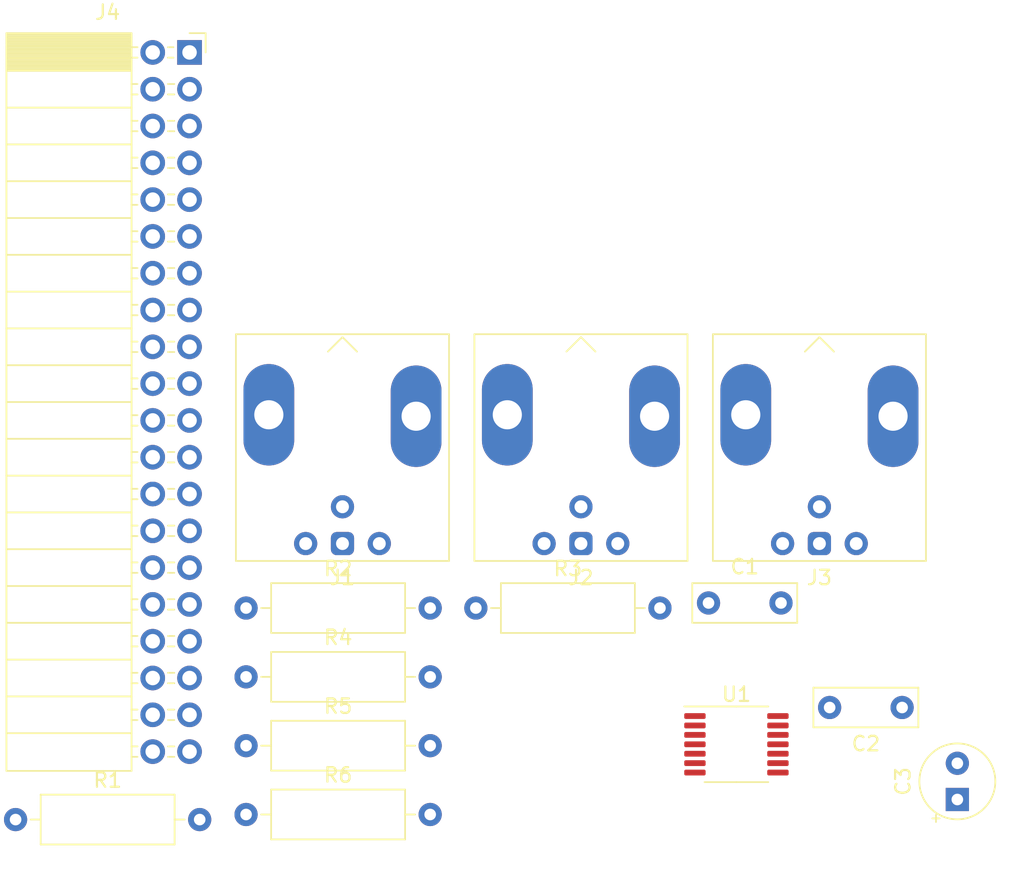
<source format=kicad_pcb>
(kicad_pcb (version 20171130) (host pcbnew "(5.1.8-0-10_14)")

  (general
    (thickness 1.6)
    (drawings 0)
    (tracks 0)
    (zones 0)
    (modules 14)
    (nets 48)
  )

  (page A4)
  (layers
    (0 F.Cu signal)
    (31 B.Cu signal)
    (32 B.Adhes user)
    (33 F.Adhes user)
    (34 B.Paste user)
    (35 F.Paste user)
    (36 B.SilkS user)
    (37 F.SilkS user)
    (38 B.Mask user)
    (39 F.Mask user)
    (40 Dwgs.User user)
    (41 Cmts.User user)
    (42 Eco1.User user)
    (43 Eco2.User user)
    (44 Edge.Cuts user)
    (45 Margin user)
    (46 B.CrtYd user)
    (47 F.CrtYd user)
    (48 B.Fab user)
    (49 F.Fab user)
  )

  (setup
    (last_trace_width 0.25)
    (trace_clearance 0.2)
    (zone_clearance 0.508)
    (zone_45_only no)
    (trace_min 0.2)
    (via_size 0.8)
    (via_drill 0.4)
    (via_min_size 0.4)
    (via_min_drill 0.3)
    (uvia_size 0.3)
    (uvia_drill 0.1)
    (uvias_allowed no)
    (uvia_min_size 0.2)
    (uvia_min_drill 0.1)
    (edge_width 0.05)
    (segment_width 0.2)
    (pcb_text_width 0.3)
    (pcb_text_size 1.5 1.5)
    (mod_edge_width 0.12)
    (mod_text_size 1 1)
    (mod_text_width 0.15)
    (pad_size 1.524 1.524)
    (pad_drill 0.762)
    (pad_to_mask_clearance 0)
    (aux_axis_origin 0 0)
    (visible_elements FFFFFF7F)
    (pcbplotparams
      (layerselection 0x010fc_ffffffff)
      (usegerberextensions false)
      (usegerberattributes true)
      (usegerberadvancedattributes true)
      (creategerberjobfile true)
      (excludeedgelayer true)
      (linewidth 0.100000)
      (plotframeref false)
      (viasonmask false)
      (mode 1)
      (useauxorigin false)
      (hpglpennumber 1)
      (hpglpenspeed 20)
      (hpglpendiameter 15.000000)
      (psnegative false)
      (psa4output false)
      (plotreference true)
      (plotvalue true)
      (plotinvisibletext false)
      (padsonsilk false)
      (subtractmaskfromsilk false)
      (outputformat 1)
      (mirror false)
      (drillshape 1)
      (scaleselection 1)
      (outputdirectory ""))
  )

  (net 0 "")
  (net 1 Earth)
  (net 2 "Net-(C1-Pad2)")
  (net 3 "Net-(C2-Pad2)")
  (net 4 "Net-(J1-Pad1)")
  (net 5 "Net-(J2-Pad1)")
  (net 6 "Net-(J3-Pad1)")
  (net 7 "Net-(J4-Pad2)")
  (net 8 "Net-(J4-Pad3)")
  (net 9 "Net-(J4-Pad4)")
  (net 10 "Net-(J4-Pad5)")
  (net 11 "Net-(J4-Pad6)")
  (net 12 "Net-(J4-Pad7)")
  (net 13 "Net-(J4-Pad8)")
  (net 14 "Net-(J4-Pad9)")
  (net 15 "Net-(J4-Pad10)")
  (net 16 "Net-(J4-Pad11)")
  (net 17 "Net-(J4-Pad12)")
  (net 18 "Net-(J4-Pad13)")
  (net 19 "Net-(J4-Pad14)")
  (net 20 "Net-(J4-Pad15)")
  (net 21 "Net-(J4-Pad16)")
  (net 22 "Net-(J4-Pad17)")
  (net 23 "Net-(J4-Pad18)")
  (net 24 "Net-(J4-Pad19)")
  (net 25 "Net-(J4-Pad20)")
  (net 26 "Net-(J4-Pad21)")
  (net 27 "Net-(J4-Pad22)")
  (net 28 "Net-(J4-Pad23)")
  (net 29 "Net-(J4-Pad24)")
  (net 30 "Net-(J4-Pad25)")
  (net 31 "Net-(J4-Pad26)")
  (net 32 "Net-(J4-Pad27)")
  (net 33 "Net-(J4-Pad28)")
  (net 34 "Net-(J4-Pad30)")
  (net 35 "Net-(J4-Pad31)")
  (net 36 "Net-(J4-Pad32)")
  (net 37 "Net-(J4-Pad33)")
  (net 38 "Net-(J4-Pad34)")
  (net 39 "Net-(J4-Pad35)")
  (net 40 "Net-(J4-Pad36)")
  (net 41 "Net-(J4-Pad37)")
  (net 42 "Net-(J4-Pad38)")
  (net 43 "Net-(J4-Pad40)")
  (net 44 "Net-(R1-Pad1)")
  (net 45 "Net-(R2-Pad1)")
  (net 46 "Net-(R5-Pad1)")
  (net 47 "Net-(U1-Pad6)")

  (net_class Default "This is the default net class."
    (clearance 0.2)
    (trace_width 0.25)
    (via_dia 0.8)
    (via_drill 0.4)
    (uvia_dia 0.3)
    (uvia_drill 0.1)
    (add_net Earth)
    (add_net "Net-(C1-Pad2)")
    (add_net "Net-(C2-Pad2)")
    (add_net "Net-(J1-Pad1)")
    (add_net "Net-(J2-Pad1)")
    (add_net "Net-(J3-Pad1)")
    (add_net "Net-(J4-Pad10)")
    (add_net "Net-(J4-Pad11)")
    (add_net "Net-(J4-Pad12)")
    (add_net "Net-(J4-Pad13)")
    (add_net "Net-(J4-Pad14)")
    (add_net "Net-(J4-Pad15)")
    (add_net "Net-(J4-Pad16)")
    (add_net "Net-(J4-Pad17)")
    (add_net "Net-(J4-Pad18)")
    (add_net "Net-(J4-Pad19)")
    (add_net "Net-(J4-Pad2)")
    (add_net "Net-(J4-Pad20)")
    (add_net "Net-(J4-Pad21)")
    (add_net "Net-(J4-Pad22)")
    (add_net "Net-(J4-Pad23)")
    (add_net "Net-(J4-Pad24)")
    (add_net "Net-(J4-Pad25)")
    (add_net "Net-(J4-Pad26)")
    (add_net "Net-(J4-Pad27)")
    (add_net "Net-(J4-Pad28)")
    (add_net "Net-(J4-Pad3)")
    (add_net "Net-(J4-Pad30)")
    (add_net "Net-(J4-Pad31)")
    (add_net "Net-(J4-Pad32)")
    (add_net "Net-(J4-Pad33)")
    (add_net "Net-(J4-Pad34)")
    (add_net "Net-(J4-Pad35)")
    (add_net "Net-(J4-Pad36)")
    (add_net "Net-(J4-Pad37)")
    (add_net "Net-(J4-Pad38)")
    (add_net "Net-(J4-Pad4)")
    (add_net "Net-(J4-Pad40)")
    (add_net "Net-(J4-Pad5)")
    (add_net "Net-(J4-Pad6)")
    (add_net "Net-(J4-Pad7)")
    (add_net "Net-(J4-Pad8)")
    (add_net "Net-(J4-Pad9)")
    (add_net "Net-(R1-Pad1)")
    (add_net "Net-(R2-Pad1)")
    (add_net "Net-(R5-Pad1)")
    (add_net "Net-(U1-Pad6)")
  )

  (module Capacitor_THT:C_Rect_L7.0mm_W2.5mm_P5.00mm (layer F.Cu) (tedit 5AE50EF0) (tstamp 5FDD9012)
    (at -51.454999 -122.784999)
    (descr "C, Rect series, Radial, pin pitch=5.00mm, , length*width=7*2.5mm^2, Capacitor")
    (tags "C Rect series Radial pin pitch 5.00mm  length 7mm width 2.5mm Capacitor")
    (path /5FDE95BB)
    (fp_text reference C1 (at 2.5 -2.5) (layer F.SilkS)
      (effects (font (size 1 1) (thickness 0.15)))
    )
    (fp_text value 105 (at 2.5 2.5) (layer F.Fab)
      (effects (font (size 1 1) (thickness 0.15)))
    )
    (fp_line (start 6.25 -1.5) (end -1.25 -1.5) (layer F.CrtYd) (width 0.05))
    (fp_line (start 6.25 1.5) (end 6.25 -1.5) (layer F.CrtYd) (width 0.05))
    (fp_line (start -1.25 1.5) (end 6.25 1.5) (layer F.CrtYd) (width 0.05))
    (fp_line (start -1.25 -1.5) (end -1.25 1.5) (layer F.CrtYd) (width 0.05))
    (fp_line (start 6.12 -1.37) (end 6.12 1.37) (layer F.SilkS) (width 0.12))
    (fp_line (start -1.12 -1.37) (end -1.12 1.37) (layer F.SilkS) (width 0.12))
    (fp_line (start -1.12 1.37) (end 6.12 1.37) (layer F.SilkS) (width 0.12))
    (fp_line (start -1.12 -1.37) (end 6.12 -1.37) (layer F.SilkS) (width 0.12))
    (fp_line (start 6 -1.25) (end -1 -1.25) (layer F.Fab) (width 0.1))
    (fp_line (start 6 1.25) (end 6 -1.25) (layer F.Fab) (width 0.1))
    (fp_line (start -1 1.25) (end 6 1.25) (layer F.Fab) (width 0.1))
    (fp_line (start -1 -1.25) (end -1 1.25) (layer F.Fab) (width 0.1))
    (fp_text user %R (at 2.5 0) (layer F.Fab)
      (effects (font (size 1 1) (thickness 0.15)))
    )
    (pad 1 thru_hole circle (at 0 0) (size 1.6 1.6) (drill 0.8) (layers *.Cu *.Mask)
      (net 1 Earth))
    (pad 2 thru_hole circle (at 5 0) (size 1.6 1.6) (drill 0.8) (layers *.Cu *.Mask)
      (net 2 "Net-(C1-Pad2)"))
    (model ${KISYS3DMOD}/Capacitor_THT.3dshapes/C_Rect_L7.0mm_W2.5mm_P5.00mm.wrl
      (at (xyz 0 0 0))
      (scale (xyz 1 1 1))
      (rotate (xyz 0 0 0))
    )
  )

  (module Capacitor_THT:C_Rect_L7.0mm_W2.5mm_P5.00mm (layer F.Cu) (tedit 5AE50EF0) (tstamp 5FDD9025)
    (at -38.1 -115.57 180)
    (descr "C, Rect series, Radial, pin pitch=5.00mm, , length*width=7*2.5mm^2, Capacitor")
    (tags "C Rect series Radial pin pitch 5.00mm  length 7mm width 2.5mm Capacitor")
    (path /5FDEA664)
    (fp_text reference C2 (at 2.5 -2.5) (layer F.SilkS)
      (effects (font (size 1 1) (thickness 0.15)))
    )
    (fp_text value 104 (at 2.5 2.5) (layer F.Fab)
      (effects (font (size 1 1) (thickness 0.15)))
    )
    (fp_text user %R (at 2.5 0) (layer F.Fab)
      (effects (font (size 1 1) (thickness 0.15)))
    )
    (fp_line (start -1 -1.25) (end -1 1.25) (layer F.Fab) (width 0.1))
    (fp_line (start -1 1.25) (end 6 1.25) (layer F.Fab) (width 0.1))
    (fp_line (start 6 1.25) (end 6 -1.25) (layer F.Fab) (width 0.1))
    (fp_line (start 6 -1.25) (end -1 -1.25) (layer F.Fab) (width 0.1))
    (fp_line (start -1.12 -1.37) (end 6.12 -1.37) (layer F.SilkS) (width 0.12))
    (fp_line (start -1.12 1.37) (end 6.12 1.37) (layer F.SilkS) (width 0.12))
    (fp_line (start -1.12 -1.37) (end -1.12 1.37) (layer F.SilkS) (width 0.12))
    (fp_line (start 6.12 -1.37) (end 6.12 1.37) (layer F.SilkS) (width 0.12))
    (fp_line (start -1.25 -1.5) (end -1.25 1.5) (layer F.CrtYd) (width 0.05))
    (fp_line (start -1.25 1.5) (end 6.25 1.5) (layer F.CrtYd) (width 0.05))
    (fp_line (start 6.25 1.5) (end 6.25 -1.5) (layer F.CrtYd) (width 0.05))
    (fp_line (start 6.25 -1.5) (end -1.25 -1.5) (layer F.CrtYd) (width 0.05))
    (pad 2 thru_hole circle (at 5 0 180) (size 1.6 1.6) (drill 0.8) (layers *.Cu *.Mask)
      (net 3 "Net-(C2-Pad2)"))
    (pad 1 thru_hole circle (at 0 0 180) (size 1.6 1.6) (drill 0.8) (layers *.Cu *.Mask)
      (net 1 Earth))
    (model ${KISYS3DMOD}/Capacitor_THT.3dshapes/C_Rect_L7.0mm_W2.5mm_P5.00mm.wrl
      (at (xyz 0 0 0))
      (scale (xyz 1 1 1))
      (rotate (xyz 0 0 0))
    )
  )

  (module Capacitor_THT:CP_Radial_Tantal_D5.0mm_P2.50mm (layer F.Cu) (tedit 5AE50EF0) (tstamp 5FDD9033)
    (at -34.29 -109.22 90)
    (descr "CP, Radial_Tantal series, Radial, pin pitch=2.50mm, , diameter=5.0mm, Tantal Electrolytic Capacitor, http://cdn-reichelt.de/documents/datenblatt/B300/TANTAL-TB-Serie%23.pdf")
    (tags "CP Radial_Tantal series Radial pin pitch 2.50mm  diameter 5.0mm Tantal Electrolytic Capacitor")
    (path /5FDECE54)
    (fp_text reference C3 (at 1.25 -3.75 90) (layer F.SilkS)
      (effects (font (size 1 1) (thickness 0.15)))
    )
    (fp_text value 1,0+uF (at 1.25 3.75 90) (layer F.Fab)
      (effects (font (size 1 1) (thickness 0.15)))
    )
    (fp_line (start -1.304775 -1.725) (end -1.304775 -1.225) (layer F.SilkS) (width 0.12))
    (fp_line (start -1.554775 -1.475) (end -1.054775 -1.475) (layer F.SilkS) (width 0.12))
    (fp_line (start -0.633605 -1.3375) (end -0.633605 -0.8375) (layer F.Fab) (width 0.1))
    (fp_line (start -0.883605 -1.0875) (end -0.383605 -1.0875) (layer F.Fab) (width 0.1))
    (fp_circle (center 1.25 0) (end 4 0) (layer F.CrtYd) (width 0.05))
    (fp_circle (center 1.25 0) (end 3.87 0) (layer F.SilkS) (width 0.12))
    (fp_circle (center 1.25 0) (end 3.75 0) (layer F.Fab) (width 0.1))
    (fp_text user %R (at 1.25 0 90) (layer F.Fab)
      (effects (font (size 1 1) (thickness 0.15)))
    )
    (pad 1 thru_hole rect (at 0 0 90) (size 1.6 1.6) (drill 0.8) (layers *.Cu *.Mask)
      (net 3 "Net-(C2-Pad2)"))
    (pad 2 thru_hole circle (at 2.5 0 90) (size 1.6 1.6) (drill 0.8) (layers *.Cu *.Mask)
      (net 1 Earth))
    (model ${KISYS3DMOD}/Capacitor_THT.3dshapes/CP_Radial_Tantal_D5.0mm_P2.50mm.wrl
      (at (xyz 0 0 0))
      (scale (xyz 1 1 1))
      (rotate (xyz 0 0 0))
    )
  )

  (module Connector_Coaxial:BNC_Amphenol_031-6575_Horizontal (layer F.Cu) (tedit 5D726046) (tstamp 5FDD905A)
    (at -76.704999 -126.884999)
    (descr "dual independently isolated BNC plug (https://www.amphenolrf.com/downloads/dl/file/id/2980/product/644/031_6575_customer_drawing.pdf)")
    (tags "Dual BNC Amphenol Horizontal")
    (path /5FDEE916)
    (fp_text reference J1 (at 0 2.35) (layer F.SilkS)
      (effects (font (size 1 1) (thickness 0.15)))
    )
    (fp_text value START (at 0 4.35 180) (layer F.Fab)
      (effects (font (size 1 1) (thickness 0.15)))
    )
    (fp_line (start 0 -14.25) (end 1 -13.25) (layer F.SilkS) (width 0.12))
    (fp_line (start 0 -14.25) (end -1 -13.25) (layer F.SilkS) (width 0.12))
    (fp_line (start 7.7 1.55) (end 7.7 -35.65) (layer F.CrtYd) (width 0.05))
    (fp_line (start 7.7 -35.65) (end -7.7 -35.65) (layer F.CrtYd) (width 0.05))
    (fp_line (start -7.7 1.55) (end -7.7 -35.65) (layer F.CrtYd) (width 0.05))
    (fp_line (start -7.7 1.55) (end 7.7 1.55) (layer F.CrtYd) (width 0.05))
    (fp_line (start -7.35 1.2) (end -7.35 -14.45) (layer F.SilkS) (width 0.12))
    (fp_line (start 7.35 1.2) (end -7.35 1.2) (layer F.SilkS) (width 0.12))
    (fp_line (start 7.35 -14.45) (end 7.35 1.2) (layer F.SilkS) (width 0.12))
    (fp_line (start -7.35 -14.45) (end 7.35 -14.45) (layer F.SilkS) (width 0.12))
    (fp_line (start -5 -15.75) (end 5 -16.75) (layer F.Fab) (width 0.1))
    (fp_line (start -7.2 -14.45) (end -7.2 1.05) (layer F.Fab) (width 0.1))
    (fp_line (start 7.2 -14.45) (end -7.2 -14.45) (layer F.Fab) (width 0.1))
    (fp_line (start 7.2 1.05) (end 7.2 -14.45) (layer F.Fab) (width 0.1))
    (fp_line (start -7.2 1.05) (end 7.2 1.05) (layer F.Fab) (width 0.1))
    (fp_line (start -6.35 -23.05) (end -6.35 -14.45) (layer F.Fab) (width 0.1))
    (fp_line (start 6.35 -23.05) (end -6.35 -23.05) (layer F.Fab) (width 0.1))
    (fp_line (start 6.35 -14.45) (end 6.35 -23.05) (layer F.Fab) (width 0.1))
    (fp_line (start -4.8 -35.15) (end -4.8 -23.05) (layer F.Fab) (width 0.1))
    (fp_line (start 4.8 -35.15) (end -4.8 -35.15) (layer F.Fab) (width 0.1))
    (fp_line (start 4.8 -23.05) (end 4.8 -35.15) (layer F.Fab) (width 0.1))
    (fp_circle (center 0 -29.92) (end 1 -29.92) (layer F.Fab) (width 0.1))
    (fp_line (start -5 -16.75) (end 5 -17.75) (layer F.Fab) (width 0.1))
    (fp_line (start -5 -17.75) (end 5 -18.75) (layer F.Fab) (width 0.1))
    (fp_line (start -5 -18.75) (end 5 -19.75) (layer F.Fab) (width 0.1))
    (fp_line (start -5 -19.75) (end 5 -20.75) (layer F.Fab) (width 0.1))
    (fp_line (start -5 -20.75) (end 5 -21.75) (layer F.Fab) (width 0.1))
    (fp_line (start -5 -21.75) (end 5 -22.75) (layer F.Fab) (width 0.1))
    (fp_text user %R (at 0 0) (layer F.Fab)
      (effects (font (size 1 1) (thickness 0.15)))
    )
    (pad "" thru_hole oval (at -5.08 -8.89) (size 3.5 7) (drill 2.01) (layers *.Cu *.Mask))
    (pad "" thru_hole oval (at 5.08 -8.79) (size 3.5 7) (drill 2.01) (layers *.Cu *.Mask))
    (pad 1 thru_hole roundrect (at 0 0) (size 1.6 1.6) (drill 0.89) (layers *.Cu *.Mask) (roundrect_rratio 0.25)
      (net 4 "Net-(J1-Pad1)"))
    (pad 2 thru_hole circle (at -2.54 0) (size 1.6 1.6) (drill 0.89) (layers *.Cu *.Mask)
      (net 1 Earth))
    (pad 3 thru_hole circle (at 0 -2.54) (size 1.6 1.6) (drill 0.89) (layers *.Cu *.Mask))
    (pad 4 thru_hole circle (at 2.54 0) (size 1.6 1.6) (drill 0.89) (layers *.Cu *.Mask))
    (model ${KISYS3DMOD}/Connector_Coaxial.3dshapes/BNC_Amphenol_031-6575_Horizontal.wrl
      (at (xyz 0 0 0))
      (scale (xyz 1 1 1))
      (rotate (xyz 0 0 0))
    )
  )

  (module Connector_Coaxial:BNC_Amphenol_031-6575_Horizontal (layer F.Cu) (tedit 5D726046) (tstamp 5FDD9081)
    (at -60.254999 -126.884999)
    (descr "dual independently isolated BNC plug (https://www.amphenolrf.com/downloads/dl/file/id/2980/product/644/031_6575_customer_drawing.pdf)")
    (tags "Dual BNC Amphenol Horizontal")
    (path /5FDF022A)
    (fp_text reference J2 (at 0 2.35) (layer F.SilkS)
      (effects (font (size 1 1) (thickness 0.15)))
    )
    (fp_text value STOP (at 0 4.35 180) (layer F.Fab)
      (effects (font (size 1 1) (thickness 0.15)))
    )
    (fp_text user %R (at 0 0) (layer F.Fab)
      (effects (font (size 1 1) (thickness 0.15)))
    )
    (fp_line (start -5 -21.75) (end 5 -22.75) (layer F.Fab) (width 0.1))
    (fp_line (start -5 -20.75) (end 5 -21.75) (layer F.Fab) (width 0.1))
    (fp_line (start -5 -19.75) (end 5 -20.75) (layer F.Fab) (width 0.1))
    (fp_line (start -5 -18.75) (end 5 -19.75) (layer F.Fab) (width 0.1))
    (fp_line (start -5 -17.75) (end 5 -18.75) (layer F.Fab) (width 0.1))
    (fp_line (start -5 -16.75) (end 5 -17.75) (layer F.Fab) (width 0.1))
    (fp_circle (center 0 -29.92) (end 1 -29.92) (layer F.Fab) (width 0.1))
    (fp_line (start 4.8 -23.05) (end 4.8 -35.15) (layer F.Fab) (width 0.1))
    (fp_line (start 4.8 -35.15) (end -4.8 -35.15) (layer F.Fab) (width 0.1))
    (fp_line (start -4.8 -35.15) (end -4.8 -23.05) (layer F.Fab) (width 0.1))
    (fp_line (start 6.35 -14.45) (end 6.35 -23.05) (layer F.Fab) (width 0.1))
    (fp_line (start 6.35 -23.05) (end -6.35 -23.05) (layer F.Fab) (width 0.1))
    (fp_line (start -6.35 -23.05) (end -6.35 -14.45) (layer F.Fab) (width 0.1))
    (fp_line (start -7.2 1.05) (end 7.2 1.05) (layer F.Fab) (width 0.1))
    (fp_line (start 7.2 1.05) (end 7.2 -14.45) (layer F.Fab) (width 0.1))
    (fp_line (start 7.2 -14.45) (end -7.2 -14.45) (layer F.Fab) (width 0.1))
    (fp_line (start -7.2 -14.45) (end -7.2 1.05) (layer F.Fab) (width 0.1))
    (fp_line (start -5 -15.75) (end 5 -16.75) (layer F.Fab) (width 0.1))
    (fp_line (start -7.35 -14.45) (end 7.35 -14.45) (layer F.SilkS) (width 0.12))
    (fp_line (start 7.35 -14.45) (end 7.35 1.2) (layer F.SilkS) (width 0.12))
    (fp_line (start 7.35 1.2) (end -7.35 1.2) (layer F.SilkS) (width 0.12))
    (fp_line (start -7.35 1.2) (end -7.35 -14.45) (layer F.SilkS) (width 0.12))
    (fp_line (start -7.7 1.55) (end 7.7 1.55) (layer F.CrtYd) (width 0.05))
    (fp_line (start -7.7 1.55) (end -7.7 -35.65) (layer F.CrtYd) (width 0.05))
    (fp_line (start 7.7 -35.65) (end -7.7 -35.65) (layer F.CrtYd) (width 0.05))
    (fp_line (start 7.7 1.55) (end 7.7 -35.65) (layer F.CrtYd) (width 0.05))
    (fp_line (start 0 -14.25) (end -1 -13.25) (layer F.SilkS) (width 0.12))
    (fp_line (start 0 -14.25) (end 1 -13.25) (layer F.SilkS) (width 0.12))
    (pad 4 thru_hole circle (at 2.54 0) (size 1.6 1.6) (drill 0.89) (layers *.Cu *.Mask))
    (pad 3 thru_hole circle (at 0 -2.54) (size 1.6 1.6) (drill 0.89) (layers *.Cu *.Mask))
    (pad 2 thru_hole circle (at -2.54 0) (size 1.6 1.6) (drill 0.89) (layers *.Cu *.Mask)
      (net 1 Earth))
    (pad 1 thru_hole roundrect (at 0 0) (size 1.6 1.6) (drill 0.89) (layers *.Cu *.Mask) (roundrect_rratio 0.25)
      (net 5 "Net-(J2-Pad1)"))
    (pad "" thru_hole oval (at 5.08 -8.79) (size 3.5 7) (drill 2.01) (layers *.Cu *.Mask))
    (pad "" thru_hole oval (at -5.08 -8.89) (size 3.5 7) (drill 2.01) (layers *.Cu *.Mask))
    (model ${KISYS3DMOD}/Connector_Coaxial.3dshapes/BNC_Amphenol_031-6575_Horizontal.wrl
      (at (xyz 0 0 0))
      (scale (xyz 1 1 1))
      (rotate (xyz 0 0 0))
    )
  )

  (module Connector_Coaxial:BNC_Amphenol_031-6575_Horizontal (layer F.Cu) (tedit 5D726046) (tstamp 5FDD90A8)
    (at -43.804999 -126.884999)
    (descr "dual independently isolated BNC plug (https://www.amphenolrf.com/downloads/dl/file/id/2980/product/644/031_6575_customer_drawing.pdf)")
    (tags "Dual BNC Amphenol Horizontal")
    (path /5FDF0C27)
    (fp_text reference J3 (at 0 2.35) (layer F.SilkS)
      (effects (font (size 1 1) (thickness 0.15)))
    )
    (fp_text value "1-16MHz Clock" (at 0 4.35 180) (layer F.Fab)
      (effects (font (size 1 1) (thickness 0.15)))
    )
    (fp_line (start 0 -14.25) (end 1 -13.25) (layer F.SilkS) (width 0.12))
    (fp_line (start 0 -14.25) (end -1 -13.25) (layer F.SilkS) (width 0.12))
    (fp_line (start 7.7 1.55) (end 7.7 -35.65) (layer F.CrtYd) (width 0.05))
    (fp_line (start 7.7 -35.65) (end -7.7 -35.65) (layer F.CrtYd) (width 0.05))
    (fp_line (start -7.7 1.55) (end -7.7 -35.65) (layer F.CrtYd) (width 0.05))
    (fp_line (start -7.7 1.55) (end 7.7 1.55) (layer F.CrtYd) (width 0.05))
    (fp_line (start -7.35 1.2) (end -7.35 -14.45) (layer F.SilkS) (width 0.12))
    (fp_line (start 7.35 1.2) (end -7.35 1.2) (layer F.SilkS) (width 0.12))
    (fp_line (start 7.35 -14.45) (end 7.35 1.2) (layer F.SilkS) (width 0.12))
    (fp_line (start -7.35 -14.45) (end 7.35 -14.45) (layer F.SilkS) (width 0.12))
    (fp_line (start -5 -15.75) (end 5 -16.75) (layer F.Fab) (width 0.1))
    (fp_line (start -7.2 -14.45) (end -7.2 1.05) (layer F.Fab) (width 0.1))
    (fp_line (start 7.2 -14.45) (end -7.2 -14.45) (layer F.Fab) (width 0.1))
    (fp_line (start 7.2 1.05) (end 7.2 -14.45) (layer F.Fab) (width 0.1))
    (fp_line (start -7.2 1.05) (end 7.2 1.05) (layer F.Fab) (width 0.1))
    (fp_line (start -6.35 -23.05) (end -6.35 -14.45) (layer F.Fab) (width 0.1))
    (fp_line (start 6.35 -23.05) (end -6.35 -23.05) (layer F.Fab) (width 0.1))
    (fp_line (start 6.35 -14.45) (end 6.35 -23.05) (layer F.Fab) (width 0.1))
    (fp_line (start -4.8 -35.15) (end -4.8 -23.05) (layer F.Fab) (width 0.1))
    (fp_line (start 4.8 -35.15) (end -4.8 -35.15) (layer F.Fab) (width 0.1))
    (fp_line (start 4.8 -23.05) (end 4.8 -35.15) (layer F.Fab) (width 0.1))
    (fp_circle (center 0 -29.92) (end 1 -29.92) (layer F.Fab) (width 0.1))
    (fp_line (start -5 -16.75) (end 5 -17.75) (layer F.Fab) (width 0.1))
    (fp_line (start -5 -17.75) (end 5 -18.75) (layer F.Fab) (width 0.1))
    (fp_line (start -5 -18.75) (end 5 -19.75) (layer F.Fab) (width 0.1))
    (fp_line (start -5 -19.75) (end 5 -20.75) (layer F.Fab) (width 0.1))
    (fp_line (start -5 -20.75) (end 5 -21.75) (layer F.Fab) (width 0.1))
    (fp_line (start -5 -21.75) (end 5 -22.75) (layer F.Fab) (width 0.1))
    (fp_text user %R (at 0 0) (layer F.Fab)
      (effects (font (size 1 1) (thickness 0.15)))
    )
    (pad "" thru_hole oval (at -5.08 -8.89) (size 3.5 7) (drill 2.01) (layers *.Cu *.Mask))
    (pad "" thru_hole oval (at 5.08 -8.79) (size 3.5 7) (drill 2.01) (layers *.Cu *.Mask))
    (pad 1 thru_hole roundrect (at 0 0) (size 1.6 1.6) (drill 0.89) (layers *.Cu *.Mask) (roundrect_rratio 0.25)
      (net 6 "Net-(J3-Pad1)"))
    (pad 2 thru_hole circle (at -2.54 0) (size 1.6 1.6) (drill 0.89) (layers *.Cu *.Mask)
      (net 1 Earth))
    (pad 3 thru_hole circle (at 0 -2.54) (size 1.6 1.6) (drill 0.89) (layers *.Cu *.Mask))
    (pad 4 thru_hole circle (at 2.54 0) (size 1.6 1.6) (drill 0.89) (layers *.Cu *.Mask))
    (model ${KISYS3DMOD}/Connector_Coaxial.3dshapes/BNC_Amphenol_031-6575_Horizontal.wrl
      (at (xyz 0 0 0))
      (scale (xyz 1 1 1))
      (rotate (xyz 0 0 0))
    )
  )

  (module Connector_PinSocket_2.54mm:PinSocket_2x20_P2.54mm_Horizontal (layer F.Cu) (tedit 5A19A423) (tstamp 5FDD9198)
    (at -87.254999 -160.784999)
    (descr "Through hole angled socket strip, 2x20, 2.54mm pitch, 8.51mm socket length, double cols (from Kicad 4.0.7), script generated")
    (tags "Through hole angled socket strip THT 2x20 2.54mm double row")
    (path /5FDDE3E3)
    (fp_text reference J4 (at -5.65 -2.77) (layer F.SilkS)
      (effects (font (size 1 1) (thickness 0.15)))
    )
    (fp_text value Raspberry_Pi_2-4 (at -5.65 51.03) (layer F.Fab)
      (effects (font (size 1 1) (thickness 0.15)))
    )
    (fp_line (start 1.8 50.05) (end 1.8 -1.75) (layer F.CrtYd) (width 0.05))
    (fp_line (start -13.05 50.05) (end 1.8 50.05) (layer F.CrtYd) (width 0.05))
    (fp_line (start -13.05 -1.75) (end -13.05 50.05) (layer F.CrtYd) (width 0.05))
    (fp_line (start 1.8 -1.75) (end -13.05 -1.75) (layer F.CrtYd) (width 0.05))
    (fp_line (start 0 -1.33) (end 1.11 -1.33) (layer F.SilkS) (width 0.12))
    (fp_line (start 1.11 -1.33) (end 1.11 0) (layer F.SilkS) (width 0.12))
    (fp_line (start -12.63 -1.33) (end -12.63 49.59) (layer F.SilkS) (width 0.12))
    (fp_line (start -12.63 49.59) (end -4 49.59) (layer F.SilkS) (width 0.12))
    (fp_line (start -4 -1.33) (end -4 49.59) (layer F.SilkS) (width 0.12))
    (fp_line (start -12.63 -1.33) (end -4 -1.33) (layer F.SilkS) (width 0.12))
    (fp_line (start -12.63 46.99) (end -4 46.99) (layer F.SilkS) (width 0.12))
    (fp_line (start -12.63 44.45) (end -4 44.45) (layer F.SilkS) (width 0.12))
    (fp_line (start -12.63 41.91) (end -4 41.91) (layer F.SilkS) (width 0.12))
    (fp_line (start -12.63 39.37) (end -4 39.37) (layer F.SilkS) (width 0.12))
    (fp_line (start -12.63 36.83) (end -4 36.83) (layer F.SilkS) (width 0.12))
    (fp_line (start -12.63 34.29) (end -4 34.29) (layer F.SilkS) (width 0.12))
    (fp_line (start -12.63 31.75) (end -4 31.75) (layer F.SilkS) (width 0.12))
    (fp_line (start -12.63 29.21) (end -4 29.21) (layer F.SilkS) (width 0.12))
    (fp_line (start -12.63 26.67) (end -4 26.67) (layer F.SilkS) (width 0.12))
    (fp_line (start -12.63 24.13) (end -4 24.13) (layer F.SilkS) (width 0.12))
    (fp_line (start -12.63 21.59) (end -4 21.59) (layer F.SilkS) (width 0.12))
    (fp_line (start -12.63 19.05) (end -4 19.05) (layer F.SilkS) (width 0.12))
    (fp_line (start -12.63 16.51) (end -4 16.51) (layer F.SilkS) (width 0.12))
    (fp_line (start -12.63 13.97) (end -4 13.97) (layer F.SilkS) (width 0.12))
    (fp_line (start -12.63 11.43) (end -4 11.43) (layer F.SilkS) (width 0.12))
    (fp_line (start -12.63 8.89) (end -4 8.89) (layer F.SilkS) (width 0.12))
    (fp_line (start -12.63 6.35) (end -4 6.35) (layer F.SilkS) (width 0.12))
    (fp_line (start -12.63 3.81) (end -4 3.81) (layer F.SilkS) (width 0.12))
    (fp_line (start -12.63 1.27) (end -4 1.27) (layer F.SilkS) (width 0.12))
    (fp_line (start -1.49 48.62) (end -1.05 48.62) (layer F.SilkS) (width 0.12))
    (fp_line (start -4 48.62) (end -3.59 48.62) (layer F.SilkS) (width 0.12))
    (fp_line (start -1.49 47.9) (end -1.05 47.9) (layer F.SilkS) (width 0.12))
    (fp_line (start -4 47.9) (end -3.59 47.9) (layer F.SilkS) (width 0.12))
    (fp_line (start -1.49 46.08) (end -1.05 46.08) (layer F.SilkS) (width 0.12))
    (fp_line (start -4 46.08) (end -3.59 46.08) (layer F.SilkS) (width 0.12))
    (fp_line (start -1.49 45.36) (end -1.05 45.36) (layer F.SilkS) (width 0.12))
    (fp_line (start -4 45.36) (end -3.59 45.36) (layer F.SilkS) (width 0.12))
    (fp_line (start -1.49 43.54) (end -1.05 43.54) (layer F.SilkS) (width 0.12))
    (fp_line (start -4 43.54) (end -3.59 43.54) (layer F.SilkS) (width 0.12))
    (fp_line (start -1.49 42.82) (end -1.05 42.82) (layer F.SilkS) (width 0.12))
    (fp_line (start -4 42.82) (end -3.59 42.82) (layer F.SilkS) (width 0.12))
    (fp_line (start -1.49 41) (end -1.05 41) (layer F.SilkS) (width 0.12))
    (fp_line (start -4 41) (end -3.59 41) (layer F.SilkS) (width 0.12))
    (fp_line (start -1.49 40.28) (end -1.05 40.28) (layer F.SilkS) (width 0.12))
    (fp_line (start -4 40.28) (end -3.59 40.28) (layer F.SilkS) (width 0.12))
    (fp_line (start -1.49 38.46) (end -1.05 38.46) (layer F.SilkS) (width 0.12))
    (fp_line (start -4 38.46) (end -3.59 38.46) (layer F.SilkS) (width 0.12))
    (fp_line (start -1.49 37.74) (end -1.05 37.74) (layer F.SilkS) (width 0.12))
    (fp_line (start -4 37.74) (end -3.59 37.74) (layer F.SilkS) (width 0.12))
    (fp_line (start -1.49 35.92) (end -1.05 35.92) (layer F.SilkS) (width 0.12))
    (fp_line (start -4 35.92) (end -3.59 35.92) (layer F.SilkS) (width 0.12))
    (fp_line (start -1.49 35.2) (end -1.05 35.2) (layer F.SilkS) (width 0.12))
    (fp_line (start -4 35.2) (end -3.59 35.2) (layer F.SilkS) (width 0.12))
    (fp_line (start -1.49 33.38) (end -1.05 33.38) (layer F.SilkS) (width 0.12))
    (fp_line (start -4 33.38) (end -3.59 33.38) (layer F.SilkS) (width 0.12))
    (fp_line (start -1.49 32.66) (end -1.05 32.66) (layer F.SilkS) (width 0.12))
    (fp_line (start -4 32.66) (end -3.59 32.66) (layer F.SilkS) (width 0.12))
    (fp_line (start -1.49 30.84) (end -1.05 30.84) (layer F.SilkS) (width 0.12))
    (fp_line (start -4 30.84) (end -3.59 30.84) (layer F.SilkS) (width 0.12))
    (fp_line (start -1.49 30.12) (end -1.05 30.12) (layer F.SilkS) (width 0.12))
    (fp_line (start -4 30.12) (end -3.59 30.12) (layer F.SilkS) (width 0.12))
    (fp_line (start -1.49 28.3) (end -1.05 28.3) (layer F.SilkS) (width 0.12))
    (fp_line (start -4 28.3) (end -3.59 28.3) (layer F.SilkS) (width 0.12))
    (fp_line (start -1.49 27.58) (end -1.05 27.58) (layer F.SilkS) (width 0.12))
    (fp_line (start -4 27.58) (end -3.59 27.58) (layer F.SilkS) (width 0.12))
    (fp_line (start -1.49 25.76) (end -1.05 25.76) (layer F.SilkS) (width 0.12))
    (fp_line (start -4 25.76) (end -3.59 25.76) (layer F.SilkS) (width 0.12))
    (fp_line (start -1.49 25.04) (end -1.05 25.04) (layer F.SilkS) (width 0.12))
    (fp_line (start -4 25.04) (end -3.59 25.04) (layer F.SilkS) (width 0.12))
    (fp_line (start -1.49 23.22) (end -1.05 23.22) (layer F.SilkS) (width 0.12))
    (fp_line (start -4 23.22) (end -3.59 23.22) (layer F.SilkS) (width 0.12))
    (fp_line (start -1.49 22.5) (end -1.05 22.5) (layer F.SilkS) (width 0.12))
    (fp_line (start -4 22.5) (end -3.59 22.5) (layer F.SilkS) (width 0.12))
    (fp_line (start -1.49 20.68) (end -1.05 20.68) (layer F.SilkS) (width 0.12))
    (fp_line (start -4 20.68) (end -3.59 20.68) (layer F.SilkS) (width 0.12))
    (fp_line (start -1.49 19.96) (end -1.05 19.96) (layer F.SilkS) (width 0.12))
    (fp_line (start -4 19.96) (end -3.59 19.96) (layer F.SilkS) (width 0.12))
    (fp_line (start -1.49 18.14) (end -1.05 18.14) (layer F.SilkS) (width 0.12))
    (fp_line (start -4 18.14) (end -3.59 18.14) (layer F.SilkS) (width 0.12))
    (fp_line (start -1.49 17.42) (end -1.05 17.42) (layer F.SilkS) (width 0.12))
    (fp_line (start -4 17.42) (end -3.59 17.42) (layer F.SilkS) (width 0.12))
    (fp_line (start -1.49 15.6) (end -1.05 15.6) (layer F.SilkS) (width 0.12))
    (fp_line (start -4 15.6) (end -3.59 15.6) (layer F.SilkS) (width 0.12))
    (fp_line (start -1.49 14.88) (end -1.05 14.88) (layer F.SilkS) (width 0.12))
    (fp_line (start -4 14.88) (end -3.59 14.88) (layer F.SilkS) (width 0.12))
    (fp_line (start -1.49 13.06) (end -1.05 13.06) (layer F.SilkS) (width 0.12))
    (fp_line (start -4 13.06) (end -3.59 13.06) (layer F.SilkS) (width 0.12))
    (fp_line (start -1.49 12.34) (end -1.05 12.34) (layer F.SilkS) (width 0.12))
    (fp_line (start -4 12.34) (end -3.59 12.34) (layer F.SilkS) (width 0.12))
    (fp_line (start -1.49 10.52) (end -1.05 10.52) (layer F.SilkS) (width 0.12))
    (fp_line (start -4 10.52) (end -3.59 10.52) (layer F.SilkS) (width 0.12))
    (fp_line (start -1.49 9.8) (end -1.05 9.8) (layer F.SilkS) (width 0.12))
    (fp_line (start -4 9.8) (end -3.59 9.8) (layer F.SilkS) (width 0.12))
    (fp_line (start -1.49 7.98) (end -1.05 7.98) (layer F.SilkS) (width 0.12))
    (fp_line (start -4 7.98) (end -3.59 7.98) (layer F.SilkS) (width 0.12))
    (fp_line (start -1.49 7.26) (end -1.05 7.26) (layer F.SilkS) (width 0.12))
    (fp_line (start -4 7.26) (end -3.59 7.26) (layer F.SilkS) (width 0.12))
    (fp_line (start -1.49 5.44) (end -1.05 5.44) (layer F.SilkS) (width 0.12))
    (fp_line (start -4 5.44) (end -3.59 5.44) (layer F.SilkS) (width 0.12))
    (fp_line (start -1.49 4.72) (end -1.05 4.72) (layer F.SilkS) (width 0.12))
    (fp_line (start -4 4.72) (end -3.59 4.72) (layer F.SilkS) (width 0.12))
    (fp_line (start -1.49 2.9) (end -1.05 2.9) (layer F.SilkS) (width 0.12))
    (fp_line (start -4 2.9) (end -3.59 2.9) (layer F.SilkS) (width 0.12))
    (fp_line (start -1.49 2.18) (end -1.05 2.18) (layer F.SilkS) (width 0.12))
    (fp_line (start -4 2.18) (end -3.59 2.18) (layer F.SilkS) (width 0.12))
    (fp_line (start -1.49 0.36) (end -1.11 0.36) (layer F.SilkS) (width 0.12))
    (fp_line (start -4 0.36) (end -3.59 0.36) (layer F.SilkS) (width 0.12))
    (fp_line (start -1.49 -0.36) (end -1.11 -0.36) (layer F.SilkS) (width 0.12))
    (fp_line (start -4 -0.36) (end -3.59 -0.36) (layer F.SilkS) (width 0.12))
    (fp_line (start -12.63 1.1519) (end -4 1.1519) (layer F.SilkS) (width 0.12))
    (fp_line (start -12.63 1.033805) (end -4 1.033805) (layer F.SilkS) (width 0.12))
    (fp_line (start -12.63 0.91571) (end -4 0.91571) (layer F.SilkS) (width 0.12))
    (fp_line (start -12.63 0.797615) (end -4 0.797615) (layer F.SilkS) (width 0.12))
    (fp_line (start -12.63 0.67952) (end -4 0.67952) (layer F.SilkS) (width 0.12))
    (fp_line (start -12.63 0.561425) (end -4 0.561425) (layer F.SilkS) (width 0.12))
    (fp_line (start -12.63 0.44333) (end -4 0.44333) (layer F.SilkS) (width 0.12))
    (fp_line (start -12.63 0.325235) (end -4 0.325235) (layer F.SilkS) (width 0.12))
    (fp_line (start -12.63 0.20714) (end -4 0.20714) (layer F.SilkS) (width 0.12))
    (fp_line (start -12.63 0.089045) (end -4 0.089045) (layer F.SilkS) (width 0.12))
    (fp_line (start -12.63 -0.02905) (end -4 -0.02905) (layer F.SilkS) (width 0.12))
    (fp_line (start -12.63 -0.147145) (end -4 -0.147145) (layer F.SilkS) (width 0.12))
    (fp_line (start -12.63 -0.26524) (end -4 -0.26524) (layer F.SilkS) (width 0.12))
    (fp_line (start -12.63 -0.383335) (end -4 -0.383335) (layer F.SilkS) (width 0.12))
    (fp_line (start -12.63 -0.50143) (end -4 -0.50143) (layer F.SilkS) (width 0.12))
    (fp_line (start -12.63 -0.619525) (end -4 -0.619525) (layer F.SilkS) (width 0.12))
    (fp_line (start -12.63 -0.73762) (end -4 -0.73762) (layer F.SilkS) (width 0.12))
    (fp_line (start -12.63 -0.855715) (end -4 -0.855715) (layer F.SilkS) (width 0.12))
    (fp_line (start -12.63 -0.97381) (end -4 -0.97381) (layer F.SilkS) (width 0.12))
    (fp_line (start -12.63 -1.091905) (end -4 -1.091905) (layer F.SilkS) (width 0.12))
    (fp_line (start -12.63 -1.21) (end -4 -1.21) (layer F.SilkS) (width 0.12))
    (fp_line (start 0 48.56) (end 0 47.96) (layer F.Fab) (width 0.1))
    (fp_line (start -4.06 48.56) (end 0 48.56) (layer F.Fab) (width 0.1))
    (fp_line (start 0 47.96) (end -4.06 47.96) (layer F.Fab) (width 0.1))
    (fp_line (start 0 46.02) (end 0 45.42) (layer F.Fab) (width 0.1))
    (fp_line (start -4.06 46.02) (end 0 46.02) (layer F.Fab) (width 0.1))
    (fp_line (start 0 45.42) (end -4.06 45.42) (layer F.Fab) (width 0.1))
    (fp_line (start 0 43.48) (end 0 42.88) (layer F.Fab) (width 0.1))
    (fp_line (start -4.06 43.48) (end 0 43.48) (layer F.Fab) (width 0.1))
    (fp_line (start 0 42.88) (end -4.06 42.88) (layer F.Fab) (width 0.1))
    (fp_line (start 0 40.94) (end 0 40.34) (layer F.Fab) (width 0.1))
    (fp_line (start -4.06 40.94) (end 0 40.94) (layer F.Fab) (width 0.1))
    (fp_line (start 0 40.34) (end -4.06 40.34) (layer F.Fab) (width 0.1))
    (fp_line (start 0 38.4) (end 0 37.8) (layer F.Fab) (width 0.1))
    (fp_line (start -4.06 38.4) (end 0 38.4) (layer F.Fab) (width 0.1))
    (fp_line (start 0 37.8) (end -4.06 37.8) (layer F.Fab) (width 0.1))
    (fp_line (start 0 35.86) (end 0 35.26) (layer F.Fab) (width 0.1))
    (fp_line (start -4.06 35.86) (end 0 35.86) (layer F.Fab) (width 0.1))
    (fp_line (start 0 35.26) (end -4.06 35.26) (layer F.Fab) (width 0.1))
    (fp_line (start 0 33.32) (end 0 32.72) (layer F.Fab) (width 0.1))
    (fp_line (start -4.06 33.32) (end 0 33.32) (layer F.Fab) (width 0.1))
    (fp_line (start 0 32.72) (end -4.06 32.72) (layer F.Fab) (width 0.1))
    (fp_line (start 0 30.78) (end 0 30.18) (layer F.Fab) (width 0.1))
    (fp_line (start -4.06 30.78) (end 0 30.78) (layer F.Fab) (width 0.1))
    (fp_line (start 0 30.18) (end -4.06 30.18) (layer F.Fab) (width 0.1))
    (fp_line (start 0 28.24) (end 0 27.64) (layer F.Fab) (width 0.1))
    (fp_line (start -4.06 28.24) (end 0 28.24) (layer F.Fab) (width 0.1))
    (fp_line (start 0 27.64) (end -4.06 27.64) (layer F.Fab) (width 0.1))
    (fp_line (start 0 25.7) (end 0 25.1) (layer F.Fab) (width 0.1))
    (fp_line (start -4.06 25.7) (end 0 25.7) (layer F.Fab) (width 0.1))
    (fp_line (start 0 25.1) (end -4.06 25.1) (layer F.Fab) (width 0.1))
    (fp_line (start 0 23.16) (end 0 22.56) (layer F.Fab) (width 0.1))
    (fp_line (start -4.06 23.16) (end 0 23.16) (layer F.Fab) (width 0.1))
    (fp_line (start 0 22.56) (end -4.06 22.56) (layer F.Fab) (width 0.1))
    (fp_line (start 0 20.62) (end 0 20.02) (layer F.Fab) (width 0.1))
    (fp_line (start -4.06 20.62) (end 0 20.62) (layer F.Fab) (width 0.1))
    (fp_line (start 0 20.02) (end -4.06 20.02) (layer F.Fab) (width 0.1))
    (fp_line (start 0 18.08) (end 0 17.48) (layer F.Fab) (width 0.1))
    (fp_line (start -4.06 18.08) (end 0 18.08) (layer F.Fab) (width 0.1))
    (fp_line (start 0 17.48) (end -4.06 17.48) (layer F.Fab) (width 0.1))
    (fp_line (start 0 15.54) (end 0 14.94) (layer F.Fab) (width 0.1))
    (fp_line (start -4.06 15.54) (end 0 15.54) (layer F.Fab) (width 0.1))
    (fp_line (start 0 14.94) (end -4.06 14.94) (layer F.Fab) (width 0.1))
    (fp_line (start 0 13) (end 0 12.4) (layer F.Fab) (width 0.1))
    (fp_line (start -4.06 13) (end 0 13) (layer F.Fab) (width 0.1))
    (fp_line (start 0 12.4) (end -4.06 12.4) (layer F.Fab) (width 0.1))
    (fp_line (start 0 10.46) (end 0 9.86) (layer F.Fab) (width 0.1))
    (fp_line (start -4.06 10.46) (end 0 10.46) (layer F.Fab) (width 0.1))
    (fp_line (start 0 9.86) (end -4.06 9.86) (layer F.Fab) (width 0.1))
    (fp_line (start 0 7.92) (end 0 7.32) (layer F.Fab) (width 0.1))
    (fp_line (start -4.06 7.92) (end 0 7.92) (layer F.Fab) (width 0.1))
    (fp_line (start 0 7.32) (end -4.06 7.32) (layer F.Fab) (width 0.1))
    (fp_line (start 0 5.38) (end 0 4.78) (layer F.Fab) (width 0.1))
    (fp_line (start -4.06 5.38) (end 0 5.38) (layer F.Fab) (width 0.1))
    (fp_line (start 0 4.78) (end -4.06 4.78) (layer F.Fab) (width 0.1))
    (fp_line (start 0 2.84) (end 0 2.24) (layer F.Fab) (width 0.1))
    (fp_line (start -4.06 2.84) (end 0 2.84) (layer F.Fab) (width 0.1))
    (fp_line (start 0 2.24) (end -4.06 2.24) (layer F.Fab) (width 0.1))
    (fp_line (start 0 0.3) (end 0 -0.3) (layer F.Fab) (width 0.1))
    (fp_line (start -4.06 0.3) (end 0 0.3) (layer F.Fab) (width 0.1))
    (fp_line (start 0 -0.3) (end -4.06 -0.3) (layer F.Fab) (width 0.1))
    (fp_line (start -12.57 49.53) (end -12.57 -1.27) (layer F.Fab) (width 0.1))
    (fp_line (start -4.06 49.53) (end -12.57 49.53) (layer F.Fab) (width 0.1))
    (fp_line (start -4.06 -0.3) (end -4.06 49.53) (layer F.Fab) (width 0.1))
    (fp_line (start -5.03 -1.27) (end -4.06 -0.3) (layer F.Fab) (width 0.1))
    (fp_line (start -12.57 -1.27) (end -5.03 -1.27) (layer F.Fab) (width 0.1))
    (fp_text user %R (at -8.315 24.13 90) (layer F.Fab)
      (effects (font (size 1 1) (thickness 0.15)))
    )
    (pad 1 thru_hole rect (at 0 0) (size 1.7 1.7) (drill 1) (layers *.Cu *.Mask)
      (net 3 "Net-(C2-Pad2)"))
    (pad 2 thru_hole oval (at -2.54 0) (size 1.7 1.7) (drill 1) (layers *.Cu *.Mask)
      (net 7 "Net-(J4-Pad2)"))
    (pad 3 thru_hole oval (at 0 2.54) (size 1.7 1.7) (drill 1) (layers *.Cu *.Mask)
      (net 8 "Net-(J4-Pad3)"))
    (pad 4 thru_hole oval (at -2.54 2.54) (size 1.7 1.7) (drill 1) (layers *.Cu *.Mask)
      (net 9 "Net-(J4-Pad4)"))
    (pad 5 thru_hole oval (at 0 5.08) (size 1.7 1.7) (drill 1) (layers *.Cu *.Mask)
      (net 10 "Net-(J4-Pad5)"))
    (pad 6 thru_hole oval (at -2.54 5.08) (size 1.7 1.7) (drill 1) (layers *.Cu *.Mask)
      (net 11 "Net-(J4-Pad6)"))
    (pad 7 thru_hole oval (at 0 7.62) (size 1.7 1.7) (drill 1) (layers *.Cu *.Mask)
      (net 12 "Net-(J4-Pad7)"))
    (pad 8 thru_hole oval (at -2.54 7.62) (size 1.7 1.7) (drill 1) (layers *.Cu *.Mask)
      (net 13 "Net-(J4-Pad8)"))
    (pad 9 thru_hole oval (at 0 10.16) (size 1.7 1.7) (drill 1) (layers *.Cu *.Mask)
      (net 14 "Net-(J4-Pad9)"))
    (pad 10 thru_hole oval (at -2.54 10.16) (size 1.7 1.7) (drill 1) (layers *.Cu *.Mask)
      (net 15 "Net-(J4-Pad10)"))
    (pad 11 thru_hole oval (at 0 12.7) (size 1.7 1.7) (drill 1) (layers *.Cu *.Mask)
      (net 16 "Net-(J4-Pad11)"))
    (pad 12 thru_hole oval (at -2.54 12.7) (size 1.7 1.7) (drill 1) (layers *.Cu *.Mask)
      (net 17 "Net-(J4-Pad12)"))
    (pad 13 thru_hole oval (at 0 15.24) (size 1.7 1.7) (drill 1) (layers *.Cu *.Mask)
      (net 18 "Net-(J4-Pad13)"))
    (pad 14 thru_hole oval (at -2.54 15.24) (size 1.7 1.7) (drill 1) (layers *.Cu *.Mask)
      (net 19 "Net-(J4-Pad14)"))
    (pad 15 thru_hole oval (at 0 17.78) (size 1.7 1.7) (drill 1) (layers *.Cu *.Mask)
      (net 20 "Net-(J4-Pad15)"))
    (pad 16 thru_hole oval (at -2.54 17.78) (size 1.7 1.7) (drill 1) (layers *.Cu *.Mask)
      (net 21 "Net-(J4-Pad16)"))
    (pad 17 thru_hole oval (at 0 20.32) (size 1.7 1.7) (drill 1) (layers *.Cu *.Mask)
      (net 22 "Net-(J4-Pad17)"))
    (pad 18 thru_hole oval (at -2.54 20.32) (size 1.7 1.7) (drill 1) (layers *.Cu *.Mask)
      (net 23 "Net-(J4-Pad18)"))
    (pad 19 thru_hole oval (at 0 22.86) (size 1.7 1.7) (drill 1) (layers *.Cu *.Mask)
      (net 24 "Net-(J4-Pad19)"))
    (pad 20 thru_hole oval (at -2.54 22.86) (size 1.7 1.7) (drill 1) (layers *.Cu *.Mask)
      (net 25 "Net-(J4-Pad20)"))
    (pad 21 thru_hole oval (at 0 25.4) (size 1.7 1.7) (drill 1) (layers *.Cu *.Mask)
      (net 26 "Net-(J4-Pad21)"))
    (pad 22 thru_hole oval (at -2.54 25.4) (size 1.7 1.7) (drill 1) (layers *.Cu *.Mask)
      (net 27 "Net-(J4-Pad22)"))
    (pad 23 thru_hole oval (at 0 27.94) (size 1.7 1.7) (drill 1) (layers *.Cu *.Mask)
      (net 28 "Net-(J4-Pad23)"))
    (pad 24 thru_hole oval (at -2.54 27.94) (size 1.7 1.7) (drill 1) (layers *.Cu *.Mask)
      (net 29 "Net-(J4-Pad24)"))
    (pad 25 thru_hole oval (at 0 30.48) (size 1.7 1.7) (drill 1) (layers *.Cu *.Mask)
      (net 30 "Net-(J4-Pad25)"))
    (pad 26 thru_hole oval (at -2.54 30.48) (size 1.7 1.7) (drill 1) (layers *.Cu *.Mask)
      (net 31 "Net-(J4-Pad26)"))
    (pad 27 thru_hole oval (at 0 33.02) (size 1.7 1.7) (drill 1) (layers *.Cu *.Mask)
      (net 32 "Net-(J4-Pad27)"))
    (pad 28 thru_hole oval (at -2.54 33.02) (size 1.7 1.7) (drill 1) (layers *.Cu *.Mask)
      (net 33 "Net-(J4-Pad28)"))
    (pad 29 thru_hole oval (at 0 35.56) (size 1.7 1.7) (drill 1) (layers *.Cu *.Mask)
      (net 4 "Net-(J1-Pad1)"))
    (pad 30 thru_hole oval (at -2.54 35.56) (size 1.7 1.7) (drill 1) (layers *.Cu *.Mask)
      (net 34 "Net-(J4-Pad30)"))
    (pad 31 thru_hole oval (at 0 38.1) (size 1.7 1.7) (drill 1) (layers *.Cu *.Mask)
      (net 35 "Net-(J4-Pad31)"))
    (pad 32 thru_hole oval (at -2.54 38.1) (size 1.7 1.7) (drill 1) (layers *.Cu *.Mask)
      (net 36 "Net-(J4-Pad32)"))
    (pad 33 thru_hole oval (at 0 40.64) (size 1.7 1.7) (drill 1) (layers *.Cu *.Mask)
      (net 37 "Net-(J4-Pad33)"))
    (pad 34 thru_hole oval (at -2.54 40.64) (size 1.7 1.7) (drill 1) (layers *.Cu *.Mask)
      (net 38 "Net-(J4-Pad34)"))
    (pad 35 thru_hole oval (at 0 43.18) (size 1.7 1.7) (drill 1) (layers *.Cu *.Mask)
      (net 39 "Net-(J4-Pad35)"))
    (pad 36 thru_hole oval (at -2.54 43.18) (size 1.7 1.7) (drill 1) (layers *.Cu *.Mask)
      (net 40 "Net-(J4-Pad36)"))
    (pad 37 thru_hole oval (at 0 45.72) (size 1.7 1.7) (drill 1) (layers *.Cu *.Mask)
      (net 41 "Net-(J4-Pad37)"))
    (pad 38 thru_hole oval (at -2.54 45.72) (size 1.7 1.7) (drill 1) (layers *.Cu *.Mask)
      (net 42 "Net-(J4-Pad38)"))
    (pad 39 thru_hole oval (at 0 48.26) (size 1.7 1.7) (drill 1) (layers *.Cu *.Mask)
      (net 1 Earth))
    (pad 40 thru_hole oval (at -2.54 48.26) (size 1.7 1.7) (drill 1) (layers *.Cu *.Mask)
      (net 43 "Net-(J4-Pad40)"))
    (model ${KISYS3DMOD}/Connector_PinSocket_2.54mm.3dshapes/PinSocket_2x20_P2.54mm_Horizontal.wrl
      (at (xyz 0 0 0))
      (scale (xyz 1 1 1))
      (rotate (xyz 0 0 0))
    )
  )

  (module Resistor_THT:R_Axial_DIN0309_L9.0mm_D3.2mm_P12.70mm_Horizontal (layer F.Cu) (tedit 5AE5139B) (tstamp 5FDD91AF)
    (at -99.254999 -107.834999)
    (descr "Resistor, Axial_DIN0309 series, Axial, Horizontal, pin pitch=12.7mm, 0.5W = 1/2W, length*diameter=9*3.2mm^2, http://cdn-reichelt.de/documents/datenblatt/B400/1_4W%23YAG.pdf")
    (tags "Resistor Axial_DIN0309 series Axial Horizontal pin pitch 12.7mm 0.5W = 1/2W length 9mm diameter 3.2mm")
    (path /5FDE524E)
    (fp_text reference R1 (at 6.35 -2.72) (layer F.SilkS)
      (effects (font (size 1 1) (thickness 0.15)))
    )
    (fp_text value 50 (at 6.35 2.72) (layer F.Fab)
      (effects (font (size 1 1) (thickness 0.15)))
    )
    (fp_line (start 13.75 -1.85) (end -1.05 -1.85) (layer F.CrtYd) (width 0.05))
    (fp_line (start 13.75 1.85) (end 13.75 -1.85) (layer F.CrtYd) (width 0.05))
    (fp_line (start -1.05 1.85) (end 13.75 1.85) (layer F.CrtYd) (width 0.05))
    (fp_line (start -1.05 -1.85) (end -1.05 1.85) (layer F.CrtYd) (width 0.05))
    (fp_line (start 11.66 0) (end 10.97 0) (layer F.SilkS) (width 0.12))
    (fp_line (start 1.04 0) (end 1.73 0) (layer F.SilkS) (width 0.12))
    (fp_line (start 10.97 -1.72) (end 1.73 -1.72) (layer F.SilkS) (width 0.12))
    (fp_line (start 10.97 1.72) (end 10.97 -1.72) (layer F.SilkS) (width 0.12))
    (fp_line (start 1.73 1.72) (end 10.97 1.72) (layer F.SilkS) (width 0.12))
    (fp_line (start 1.73 -1.72) (end 1.73 1.72) (layer F.SilkS) (width 0.12))
    (fp_line (start 12.7 0) (end 10.85 0) (layer F.Fab) (width 0.1))
    (fp_line (start 0 0) (end 1.85 0) (layer F.Fab) (width 0.1))
    (fp_line (start 10.85 -1.6) (end 1.85 -1.6) (layer F.Fab) (width 0.1))
    (fp_line (start 10.85 1.6) (end 10.85 -1.6) (layer F.Fab) (width 0.1))
    (fp_line (start 1.85 1.6) (end 10.85 1.6) (layer F.Fab) (width 0.1))
    (fp_line (start 1.85 -1.6) (end 1.85 1.6) (layer F.Fab) (width 0.1))
    (fp_text user %R (at 6.35 0) (layer F.Fab)
      (effects (font (size 1 1) (thickness 0.15)))
    )
    (pad 1 thru_hole circle (at 0 0) (size 1.6 1.6) (drill 0.8) (layers *.Cu *.Mask)
      (net 44 "Net-(R1-Pad1)"))
    (pad 2 thru_hole oval (at 12.7 0) (size 1.6 1.6) (drill 0.8) (layers *.Cu *.Mask)
      (net 4 "Net-(J1-Pad1)"))
    (model ${KISYS3DMOD}/Resistor_THT.3dshapes/R_Axial_DIN0309_L9.0mm_D3.2mm_P12.70mm_Horizontal.wrl
      (at (xyz 0 0 0))
      (scale (xyz 1 1 1))
      (rotate (xyz 0 0 0))
    )
  )

  (module Resistor_THT:R_Axial_DIN0309_L9.0mm_D3.2mm_P12.70mm_Horizontal (layer F.Cu) (tedit 5AE5139B) (tstamp 5FDD91C6)
    (at -83.354999 -122.434999)
    (descr "Resistor, Axial_DIN0309 series, Axial, Horizontal, pin pitch=12.7mm, 0.5W = 1/2W, length*diameter=9*3.2mm^2, http://cdn-reichelt.de/documents/datenblatt/B400/1_4W%23YAG.pdf")
    (tags "Resistor Axial_DIN0309 series Axial Horizontal pin pitch 12.7mm 0.5W = 1/2W length 9mm diameter 3.2mm")
    (path /5FDE6B7C)
    (fp_text reference R2 (at 6.35 -2.72) (layer F.SilkS)
      (effects (font (size 1 1) (thickness 0.15)))
    )
    (fp_text value 50 (at 6.35 2.72) (layer F.Fab)
      (effects (font (size 1 1) (thickness 0.15)))
    )
    (fp_text user %R (at 6.35 0) (layer F.Fab)
      (effects (font (size 1 1) (thickness 0.15)))
    )
    (fp_line (start 1.85 -1.6) (end 1.85 1.6) (layer F.Fab) (width 0.1))
    (fp_line (start 1.85 1.6) (end 10.85 1.6) (layer F.Fab) (width 0.1))
    (fp_line (start 10.85 1.6) (end 10.85 -1.6) (layer F.Fab) (width 0.1))
    (fp_line (start 10.85 -1.6) (end 1.85 -1.6) (layer F.Fab) (width 0.1))
    (fp_line (start 0 0) (end 1.85 0) (layer F.Fab) (width 0.1))
    (fp_line (start 12.7 0) (end 10.85 0) (layer F.Fab) (width 0.1))
    (fp_line (start 1.73 -1.72) (end 1.73 1.72) (layer F.SilkS) (width 0.12))
    (fp_line (start 1.73 1.72) (end 10.97 1.72) (layer F.SilkS) (width 0.12))
    (fp_line (start 10.97 1.72) (end 10.97 -1.72) (layer F.SilkS) (width 0.12))
    (fp_line (start 10.97 -1.72) (end 1.73 -1.72) (layer F.SilkS) (width 0.12))
    (fp_line (start 1.04 0) (end 1.73 0) (layer F.SilkS) (width 0.12))
    (fp_line (start 11.66 0) (end 10.97 0) (layer F.SilkS) (width 0.12))
    (fp_line (start -1.05 -1.85) (end -1.05 1.85) (layer F.CrtYd) (width 0.05))
    (fp_line (start -1.05 1.85) (end 13.75 1.85) (layer F.CrtYd) (width 0.05))
    (fp_line (start 13.75 1.85) (end 13.75 -1.85) (layer F.CrtYd) (width 0.05))
    (fp_line (start 13.75 -1.85) (end -1.05 -1.85) (layer F.CrtYd) (width 0.05))
    (pad 2 thru_hole oval (at 12.7 0) (size 1.6 1.6) (drill 0.8) (layers *.Cu *.Mask)
      (net 5 "Net-(J2-Pad1)"))
    (pad 1 thru_hole circle (at 0 0) (size 1.6 1.6) (drill 0.8) (layers *.Cu *.Mask)
      (net 45 "Net-(R2-Pad1)"))
    (model ${KISYS3DMOD}/Resistor_THT.3dshapes/R_Axial_DIN0309_L9.0mm_D3.2mm_P12.70mm_Horizontal.wrl
      (at (xyz 0 0 0))
      (scale (xyz 1 1 1))
      (rotate (xyz 0 0 0))
    )
  )

  (module Resistor_THT:R_Axial_DIN0309_L9.0mm_D3.2mm_P12.70mm_Horizontal (layer F.Cu) (tedit 5AE5139B) (tstamp 5FDD91DD)
    (at -67.504999 -122.434999)
    (descr "Resistor, Axial_DIN0309 series, Axial, Horizontal, pin pitch=12.7mm, 0.5W = 1/2W, length*diameter=9*3.2mm^2, http://cdn-reichelt.de/documents/datenblatt/B400/1_4W%23YAG.pdf")
    (tags "Resistor Axial_DIN0309 series Axial Horizontal pin pitch 12.7mm 0.5W = 1/2W length 9mm diameter 3.2mm")
    (path /5FDE76A6)
    (fp_text reference R3 (at 6.35 -2.72) (layer F.SilkS)
      (effects (font (size 1 1) (thickness 0.15)))
    )
    (fp_text value 100 (at 6.35 2.72) (layer F.Fab)
      (effects (font (size 1 1) (thickness 0.15)))
    )
    (fp_line (start 13.75 -1.85) (end -1.05 -1.85) (layer F.CrtYd) (width 0.05))
    (fp_line (start 13.75 1.85) (end 13.75 -1.85) (layer F.CrtYd) (width 0.05))
    (fp_line (start -1.05 1.85) (end 13.75 1.85) (layer F.CrtYd) (width 0.05))
    (fp_line (start -1.05 -1.85) (end -1.05 1.85) (layer F.CrtYd) (width 0.05))
    (fp_line (start 11.66 0) (end 10.97 0) (layer F.SilkS) (width 0.12))
    (fp_line (start 1.04 0) (end 1.73 0) (layer F.SilkS) (width 0.12))
    (fp_line (start 10.97 -1.72) (end 1.73 -1.72) (layer F.SilkS) (width 0.12))
    (fp_line (start 10.97 1.72) (end 10.97 -1.72) (layer F.SilkS) (width 0.12))
    (fp_line (start 1.73 1.72) (end 10.97 1.72) (layer F.SilkS) (width 0.12))
    (fp_line (start 1.73 -1.72) (end 1.73 1.72) (layer F.SilkS) (width 0.12))
    (fp_line (start 12.7 0) (end 10.85 0) (layer F.Fab) (width 0.1))
    (fp_line (start 0 0) (end 1.85 0) (layer F.Fab) (width 0.1))
    (fp_line (start 10.85 -1.6) (end 1.85 -1.6) (layer F.Fab) (width 0.1))
    (fp_line (start 10.85 1.6) (end 10.85 -1.6) (layer F.Fab) (width 0.1))
    (fp_line (start 1.85 1.6) (end 10.85 1.6) (layer F.Fab) (width 0.1))
    (fp_line (start 1.85 -1.6) (end 1.85 1.6) (layer F.Fab) (width 0.1))
    (fp_text user %R (at 6.35 0) (layer F.Fab)
      (effects (font (size 1 1) (thickness 0.15)))
    )
    (pad 1 thru_hole circle (at 0 0) (size 1.6 1.6) (drill 0.8) (layers *.Cu *.Mask)
      (net 1 Earth))
    (pad 2 thru_hole oval (at 12.7 0) (size 1.6 1.6) (drill 0.8) (layers *.Cu *.Mask)
      (net 4 "Net-(J1-Pad1)"))
    (model ${KISYS3DMOD}/Resistor_THT.3dshapes/R_Axial_DIN0309_L9.0mm_D3.2mm_P12.70mm_Horizontal.wrl
      (at (xyz 0 0 0))
      (scale (xyz 1 1 1))
      (rotate (xyz 0 0 0))
    )
  )

  (module Resistor_THT:R_Axial_DIN0309_L9.0mm_D3.2mm_P12.70mm_Horizontal (layer F.Cu) (tedit 5AE5139B) (tstamp 5FDD91F4)
    (at -83.354999 -117.684999)
    (descr "Resistor, Axial_DIN0309 series, Axial, Horizontal, pin pitch=12.7mm, 0.5W = 1/2W, length*diameter=9*3.2mm^2, http://cdn-reichelt.de/documents/datenblatt/B400/1_4W%23YAG.pdf")
    (tags "Resistor Axial_DIN0309 series Axial Horizontal pin pitch 12.7mm 0.5W = 1/2W length 9mm diameter 3.2mm")
    (path /5FDE7CFC)
    (fp_text reference R4 (at 6.35 -2.72) (layer F.SilkS)
      (effects (font (size 1 1) (thickness 0.15)))
    )
    (fp_text value 100 (at 6.35 2.72) (layer F.Fab)
      (effects (font (size 1 1) (thickness 0.15)))
    )
    (fp_text user %R (at 6.35 0) (layer F.Fab)
      (effects (font (size 1 1) (thickness 0.15)))
    )
    (fp_line (start 1.85 -1.6) (end 1.85 1.6) (layer F.Fab) (width 0.1))
    (fp_line (start 1.85 1.6) (end 10.85 1.6) (layer F.Fab) (width 0.1))
    (fp_line (start 10.85 1.6) (end 10.85 -1.6) (layer F.Fab) (width 0.1))
    (fp_line (start 10.85 -1.6) (end 1.85 -1.6) (layer F.Fab) (width 0.1))
    (fp_line (start 0 0) (end 1.85 0) (layer F.Fab) (width 0.1))
    (fp_line (start 12.7 0) (end 10.85 0) (layer F.Fab) (width 0.1))
    (fp_line (start 1.73 -1.72) (end 1.73 1.72) (layer F.SilkS) (width 0.12))
    (fp_line (start 1.73 1.72) (end 10.97 1.72) (layer F.SilkS) (width 0.12))
    (fp_line (start 10.97 1.72) (end 10.97 -1.72) (layer F.SilkS) (width 0.12))
    (fp_line (start 10.97 -1.72) (end 1.73 -1.72) (layer F.SilkS) (width 0.12))
    (fp_line (start 1.04 0) (end 1.73 0) (layer F.SilkS) (width 0.12))
    (fp_line (start 11.66 0) (end 10.97 0) (layer F.SilkS) (width 0.12))
    (fp_line (start -1.05 -1.85) (end -1.05 1.85) (layer F.CrtYd) (width 0.05))
    (fp_line (start -1.05 1.85) (end 13.75 1.85) (layer F.CrtYd) (width 0.05))
    (fp_line (start 13.75 1.85) (end 13.75 -1.85) (layer F.CrtYd) (width 0.05))
    (fp_line (start 13.75 -1.85) (end -1.05 -1.85) (layer F.CrtYd) (width 0.05))
    (pad 2 thru_hole oval (at 12.7 0) (size 1.6 1.6) (drill 0.8) (layers *.Cu *.Mask)
      (net 3 "Net-(C2-Pad2)"))
    (pad 1 thru_hole circle (at 0 0) (size 1.6 1.6) (drill 0.8) (layers *.Cu *.Mask)
      (net 4 "Net-(J1-Pad1)"))
    (model ${KISYS3DMOD}/Resistor_THT.3dshapes/R_Axial_DIN0309_L9.0mm_D3.2mm_P12.70mm_Horizontal.wrl
      (at (xyz 0 0 0))
      (scale (xyz 1 1 1))
      (rotate (xyz 0 0 0))
    )
  )

  (module Resistor_THT:R_Axial_DIN0309_L9.0mm_D3.2mm_P12.70mm_Horizontal (layer F.Cu) (tedit 5AE5139B) (tstamp 5FDD920B)
    (at -83.354999 -112.934999)
    (descr "Resistor, Axial_DIN0309 series, Axial, Horizontal, pin pitch=12.7mm, 0.5W = 1/2W, length*diameter=9*3.2mm^2, http://cdn-reichelt.de/documents/datenblatt/B400/1_4W%23YAG.pdf")
    (tags "Resistor Axial_DIN0309 series Axial Horizontal pin pitch 12.7mm 0.5W = 1/2W length 9mm diameter 3.2mm")
    (path /5FDE8BFB)
    (fp_text reference R5 (at 6.35 -2.72) (layer F.SilkS)
      (effects (font (size 1 1) (thickness 0.15)))
    )
    (fp_text value 1k (at 6.35 2.72) (layer F.Fab)
      (effects (font (size 1 1) (thickness 0.15)))
    )
    (fp_text user %R (at 6.35 0) (layer F.Fab)
      (effects (font (size 1 1) (thickness 0.15)))
    )
    (fp_line (start 1.85 -1.6) (end 1.85 1.6) (layer F.Fab) (width 0.1))
    (fp_line (start 1.85 1.6) (end 10.85 1.6) (layer F.Fab) (width 0.1))
    (fp_line (start 10.85 1.6) (end 10.85 -1.6) (layer F.Fab) (width 0.1))
    (fp_line (start 10.85 -1.6) (end 1.85 -1.6) (layer F.Fab) (width 0.1))
    (fp_line (start 0 0) (end 1.85 0) (layer F.Fab) (width 0.1))
    (fp_line (start 12.7 0) (end 10.85 0) (layer F.Fab) (width 0.1))
    (fp_line (start 1.73 -1.72) (end 1.73 1.72) (layer F.SilkS) (width 0.12))
    (fp_line (start 1.73 1.72) (end 10.97 1.72) (layer F.SilkS) (width 0.12))
    (fp_line (start 10.97 1.72) (end 10.97 -1.72) (layer F.SilkS) (width 0.12))
    (fp_line (start 10.97 -1.72) (end 1.73 -1.72) (layer F.SilkS) (width 0.12))
    (fp_line (start 1.04 0) (end 1.73 0) (layer F.SilkS) (width 0.12))
    (fp_line (start 11.66 0) (end 10.97 0) (layer F.SilkS) (width 0.12))
    (fp_line (start -1.05 -1.85) (end -1.05 1.85) (layer F.CrtYd) (width 0.05))
    (fp_line (start -1.05 1.85) (end 13.75 1.85) (layer F.CrtYd) (width 0.05))
    (fp_line (start 13.75 1.85) (end 13.75 -1.85) (layer F.CrtYd) (width 0.05))
    (fp_line (start 13.75 -1.85) (end -1.05 -1.85) (layer F.CrtYd) (width 0.05))
    (pad 2 thru_hole oval (at 12.7 0) (size 1.6 1.6) (drill 0.8) (layers *.Cu *.Mask)
      (net 17 "Net-(J4-Pad12)"))
    (pad 1 thru_hole circle (at 0 0) (size 1.6 1.6) (drill 0.8) (layers *.Cu *.Mask)
      (net 46 "Net-(R5-Pad1)"))
    (model ${KISYS3DMOD}/Resistor_THT.3dshapes/R_Axial_DIN0309_L9.0mm_D3.2mm_P12.70mm_Horizontal.wrl
      (at (xyz 0 0 0))
      (scale (xyz 1 1 1))
      (rotate (xyz 0 0 0))
    )
  )

  (module Resistor_THT:R_Axial_DIN0309_L9.0mm_D3.2mm_P12.70mm_Horizontal (layer F.Cu) (tedit 5AE5139B) (tstamp 5FDD9222)
    (at -83.354999 -108.184999)
    (descr "Resistor, Axial_DIN0309 series, Axial, Horizontal, pin pitch=12.7mm, 0.5W = 1/2W, length*diameter=9*3.2mm^2, http://cdn-reichelt.de/documents/datenblatt/B400/1_4W%23YAG.pdf")
    (tags "Resistor Axial_DIN0309 series Axial Horizontal pin pitch 12.7mm 0.5W = 1/2W length 9mm diameter 3.2mm")
    (path /5FDE851D)
    (fp_text reference R6 (at 6.35 -2.72) (layer F.SilkS)
      (effects (font (size 1 1) (thickness 0.15)))
    )
    (fp_text value 10k (at 6.35 2.72) (layer F.Fab)
      (effects (font (size 1 1) (thickness 0.15)))
    )
    (fp_line (start 13.75 -1.85) (end -1.05 -1.85) (layer F.CrtYd) (width 0.05))
    (fp_line (start 13.75 1.85) (end 13.75 -1.85) (layer F.CrtYd) (width 0.05))
    (fp_line (start -1.05 1.85) (end 13.75 1.85) (layer F.CrtYd) (width 0.05))
    (fp_line (start -1.05 -1.85) (end -1.05 1.85) (layer F.CrtYd) (width 0.05))
    (fp_line (start 11.66 0) (end 10.97 0) (layer F.SilkS) (width 0.12))
    (fp_line (start 1.04 0) (end 1.73 0) (layer F.SilkS) (width 0.12))
    (fp_line (start 10.97 -1.72) (end 1.73 -1.72) (layer F.SilkS) (width 0.12))
    (fp_line (start 10.97 1.72) (end 10.97 -1.72) (layer F.SilkS) (width 0.12))
    (fp_line (start 1.73 1.72) (end 10.97 1.72) (layer F.SilkS) (width 0.12))
    (fp_line (start 1.73 -1.72) (end 1.73 1.72) (layer F.SilkS) (width 0.12))
    (fp_line (start 12.7 0) (end 10.85 0) (layer F.Fab) (width 0.1))
    (fp_line (start 0 0) (end 1.85 0) (layer F.Fab) (width 0.1))
    (fp_line (start 10.85 -1.6) (end 1.85 -1.6) (layer F.Fab) (width 0.1))
    (fp_line (start 10.85 1.6) (end 10.85 -1.6) (layer F.Fab) (width 0.1))
    (fp_line (start 1.85 1.6) (end 10.85 1.6) (layer F.Fab) (width 0.1))
    (fp_line (start 1.85 -1.6) (end 1.85 1.6) (layer F.Fab) (width 0.1))
    (fp_text user %R (at 6.35 0) (layer F.Fab)
      (effects (font (size 1 1) (thickness 0.15)))
    )
    (pad 1 thru_hole circle (at 0 0) (size 1.6 1.6) (drill 0.8) (layers *.Cu *.Mask)
      (net 42 "Net-(J4-Pad38)"))
    (pad 2 thru_hole oval (at 12.7 0) (size 1.6 1.6) (drill 0.8) (layers *.Cu *.Mask)
      (net 3 "Net-(C2-Pad2)"))
    (model ${KISYS3DMOD}/Resistor_THT.3dshapes/R_Axial_DIN0309_L9.0mm_D3.2mm_P12.70mm_Horizontal.wrl
      (at (xyz 0 0 0))
      (scale (xyz 1 1 1))
      (rotate (xyz 0 0 0))
    )
  )

  (module Package_SO:TSSOP-14_4.4x5mm_P0.65mm (layer F.Cu) (tedit 5E476F32) (tstamp 5FDD9242)
    (at -49.53 -113.03)
    (descr "TSSOP, 14 Pin (JEDEC MO-153 Var AB-1 https://www.jedec.org/document_search?search_api_views_fulltext=MO-153), generated with kicad-footprint-generator ipc_gullwing_generator.py")
    (tags "TSSOP SO")
    (path /5FDD47CB)
    (attr smd)
    (fp_text reference U1 (at 0 -3.45) (layer F.SilkS)
      (effects (font (size 1 1) (thickness 0.15)))
    )
    (fp_text value TDC7200 (at 0 3.45) (layer F.Fab)
      (effects (font (size 1 1) (thickness 0.15)))
    )
    (fp_line (start 3.85 -2.75) (end -3.85 -2.75) (layer F.CrtYd) (width 0.05))
    (fp_line (start 3.85 2.75) (end 3.85 -2.75) (layer F.CrtYd) (width 0.05))
    (fp_line (start -3.85 2.75) (end 3.85 2.75) (layer F.CrtYd) (width 0.05))
    (fp_line (start -3.85 -2.75) (end -3.85 2.75) (layer F.CrtYd) (width 0.05))
    (fp_line (start -2.2 -1.5) (end -1.2 -2.5) (layer F.Fab) (width 0.1))
    (fp_line (start -2.2 2.5) (end -2.2 -1.5) (layer F.Fab) (width 0.1))
    (fp_line (start 2.2 2.5) (end -2.2 2.5) (layer F.Fab) (width 0.1))
    (fp_line (start 2.2 -2.5) (end 2.2 2.5) (layer F.Fab) (width 0.1))
    (fp_line (start -1.2 -2.5) (end 2.2 -2.5) (layer F.Fab) (width 0.1))
    (fp_line (start 0 -2.61) (end -3.6 -2.61) (layer F.SilkS) (width 0.12))
    (fp_line (start 0 -2.61) (end 2.2 -2.61) (layer F.SilkS) (width 0.12))
    (fp_line (start 0 2.61) (end -2.2 2.61) (layer F.SilkS) (width 0.12))
    (fp_line (start 0 2.61) (end 2.2 2.61) (layer F.SilkS) (width 0.12))
    (fp_text user %R (at 0 -0.235001) (layer F.Fab)
      (effects (font (size 1 1) (thickness 0.15)))
    )
    (pad 1 smd roundrect (at -2.8625 -1.95) (size 1.475 0.4) (layers F.Cu F.Paste F.Mask) (roundrect_rratio 0.25)
      (net 46 "Net-(R5-Pad1)"))
    (pad 2 smd roundrect (at -2.8625 -1.3) (size 1.475 0.4) (layers F.Cu F.Paste F.Mask) (roundrect_rratio 0.25)
      (net 43 "Net-(J4-Pad40)"))
    (pad 3 smd roundrect (at -2.8625 -0.65) (size 1.475 0.4) (layers F.Cu F.Paste F.Mask) (roundrect_rratio 0.25)
      (net 44 "Net-(R1-Pad1)"))
    (pad 4 smd roundrect (at -2.8625 0) (size 1.475 0.4) (layers F.Cu F.Paste F.Mask) (roundrect_rratio 0.25)
      (net 45 "Net-(R2-Pad1)"))
    (pad 5 smd roundrect (at -2.8625 0.65) (size 1.475 0.4) (layers F.Cu F.Paste F.Mask) (roundrect_rratio 0.25)
      (net 6 "Net-(J3-Pad1)"))
    (pad 6 smd roundrect (at -2.8625 1.3) (size 1.475 0.4) (layers F.Cu F.Paste F.Mask) (roundrect_rratio 0.25)
      (net 47 "Net-(U1-Pad6)"))
    (pad 7 smd roundrect (at -2.8625 1.95) (size 1.475 0.4) (layers F.Cu F.Paste F.Mask) (roundrect_rratio 0.25)
      (net 1 Earth))
    (pad 8 smd roundrect (at 2.8625 1.95) (size 1.475 0.4) (layers F.Cu F.Paste F.Mask) (roundrect_rratio 0.25)
      (net 42 "Net-(J4-Pad38)"))
    (pad 9 smd roundrect (at 2.8625 1.3) (size 1.475 0.4) (layers F.Cu F.Paste F.Mask) (roundrect_rratio 0.25)
      (net 24 "Net-(J4-Pad19)"))
    (pad 10 smd roundrect (at 2.8625 0.65) (size 1.475 0.4) (layers F.Cu F.Paste F.Mask) (roundrect_rratio 0.25)
      (net 26 "Net-(J4-Pad21)"))
    (pad 11 smd roundrect (at 2.8625 0) (size 1.475 0.4) (layers F.Cu F.Paste F.Mask) (roundrect_rratio 0.25)
      (net 29 "Net-(J4-Pad24)"))
    (pad 12 smd roundrect (at 2.8625 -0.65) (size 1.475 0.4) (layers F.Cu F.Paste F.Mask) (roundrect_rratio 0.25)
      (net 28 "Net-(J4-Pad23)"))
    (pad 13 smd roundrect (at 2.8625 -1.3) (size 1.475 0.4) (layers F.Cu F.Paste F.Mask) (roundrect_rratio 0.25)
      (net 2 "Net-(C1-Pad2)"))
    (pad 14 smd roundrect (at 2.8625 -1.95) (size 1.475 0.4) (layers F.Cu F.Paste F.Mask) (roundrect_rratio 0.25)
      (net 3 "Net-(C2-Pad2)"))
    (model ${KISYS3DMOD}/Package_SO.3dshapes/TSSOP-14_4.4x5mm_P0.65mm.wrl
      (at (xyz 0 0 0))
      (scale (xyz 1 1 1))
      (rotate (xyz 0 0 0))
    )
  )

)

</source>
